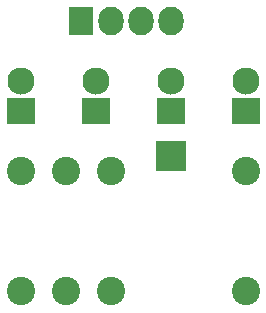
<source format=gts>
G04 #@! TF.FileFunction,Soldermask,Top*
%FSLAX46Y46*%
G04 Gerber Fmt 4.6, Leading zero omitted, Abs format (unit mm)*
G04 Created by KiCad (PCBNEW 4.0.0-stable) date Wednesday, December 30, 2015 'PMt' 09:04:51 PM*
%MOMM*%
G01*
G04 APERTURE LIST*
%ADD10C,0.100000*%
%ADD11R,2.400000X2.300000*%
%ADD12C,2.300000*%
%ADD13R,2.127200X2.432000*%
%ADD14O,2.127200X2.432000*%
%ADD15R,2.635200X2.635200*%
%ADD16C,2.398980*%
G04 APERTURE END LIST*
D10*
D11*
X138430000Y-97790000D03*
D12*
X138430000Y-95250000D03*
D11*
X144780000Y-97790000D03*
D12*
X144780000Y-95250000D03*
D11*
X151130000Y-97790000D03*
D12*
X151130000Y-95250000D03*
D11*
X157480000Y-97790000D03*
D12*
X157480000Y-95250000D03*
D13*
X143510000Y-90170000D03*
D14*
X146050000Y-90170000D03*
X148590000Y-90170000D03*
X151130000Y-90170000D03*
D15*
X151130000Y-101600000D03*
D16*
X138430000Y-102870000D03*
X138430000Y-113030000D03*
X142240000Y-102870000D03*
X142240000Y-113030000D03*
X146050000Y-102870000D03*
X146050000Y-113030000D03*
X157480000Y-102870000D03*
X157480000Y-113030000D03*
M02*

</source>
